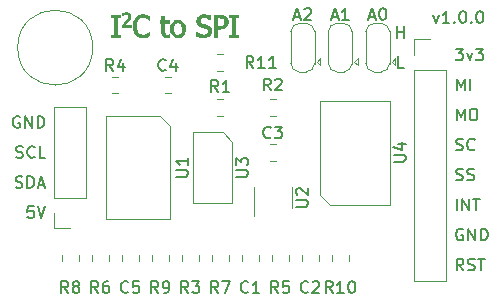
<source format=gto>
G04 #@! TF.GenerationSoftware,KiCad,Pcbnew,(5.1.4)-1*
G04 #@! TF.CreationDate,2020-05-30T22:46:28-05:00*
G04 #@! TF.ProjectId,TrackballMod,54726163-6b62-4616-9c6c-4d6f642e6b69,rev?*
G04 #@! TF.SameCoordinates,Original*
G04 #@! TF.FileFunction,Legend,Top*
G04 #@! TF.FilePolarity,Positive*
%FSLAX46Y46*%
G04 Gerber Fmt 4.6, Leading zero omitted, Abs format (unit mm)*
G04 Created by KiCad (PCBNEW (5.1.4)-1) date 2020-05-30 22:46:28*
%MOMM*%
%LPD*%
G04 APERTURE LIST*
%ADD10C,0.120000*%
%ADD11C,0.150000*%
%ADD12C,0.010000*%
G04 APERTURE END LIST*
D10*
X90805000Y-52070000D02*
G75*
G03X90805000Y-52070000I-3175000J0D01*
G01*
D11*
X116554285Y-51252380D02*
X116554285Y-50252380D01*
X116554285Y-50728571D02*
X117125714Y-50728571D01*
X117125714Y-51252380D02*
X117125714Y-50252380D01*
X117149523Y-53792380D02*
X116673333Y-53792380D01*
X116673333Y-52792380D01*
X119620357Y-49315714D02*
X119858452Y-49982380D01*
X120096547Y-49315714D01*
X121001309Y-49982380D02*
X120429880Y-49982380D01*
X120715595Y-49982380D02*
X120715595Y-48982380D01*
X120620357Y-49125238D01*
X120525119Y-49220476D01*
X120429880Y-49268095D01*
X121429880Y-49887142D02*
X121477500Y-49934761D01*
X121429880Y-49982380D01*
X121382261Y-49934761D01*
X121429880Y-49887142D01*
X121429880Y-49982380D01*
X122096547Y-48982380D02*
X122191785Y-48982380D01*
X122287023Y-49030000D01*
X122334642Y-49077619D01*
X122382261Y-49172857D01*
X122429880Y-49363333D01*
X122429880Y-49601428D01*
X122382261Y-49791904D01*
X122334642Y-49887142D01*
X122287023Y-49934761D01*
X122191785Y-49982380D01*
X122096547Y-49982380D01*
X122001309Y-49934761D01*
X121953690Y-49887142D01*
X121906071Y-49791904D01*
X121858452Y-49601428D01*
X121858452Y-49363333D01*
X121906071Y-49172857D01*
X121953690Y-49077619D01*
X122001309Y-49030000D01*
X122096547Y-48982380D01*
X122858452Y-49887142D02*
X122906071Y-49934761D01*
X122858452Y-49982380D01*
X122810833Y-49934761D01*
X122858452Y-49887142D01*
X122858452Y-49982380D01*
X123525119Y-48982380D02*
X123620357Y-48982380D01*
X123715595Y-49030000D01*
X123763214Y-49077619D01*
X123810833Y-49172857D01*
X123858452Y-49363333D01*
X123858452Y-49601428D01*
X123810833Y-49791904D01*
X123763214Y-49887142D01*
X123715595Y-49934761D01*
X123620357Y-49982380D01*
X123525119Y-49982380D01*
X123429880Y-49934761D01*
X123382261Y-49887142D01*
X123334642Y-49791904D01*
X123287023Y-49601428D01*
X123287023Y-49363333D01*
X123334642Y-49172857D01*
X123382261Y-49077619D01*
X123429880Y-49030000D01*
X123525119Y-48982380D01*
X85802261Y-65492380D02*
X85326071Y-65492380D01*
X85278452Y-65968571D01*
X85326071Y-65920952D01*
X85421309Y-65873333D01*
X85659404Y-65873333D01*
X85754642Y-65920952D01*
X85802261Y-65968571D01*
X85849880Y-66063809D01*
X85849880Y-66301904D01*
X85802261Y-66397142D01*
X85754642Y-66444761D01*
X85659404Y-66492380D01*
X85421309Y-66492380D01*
X85326071Y-66444761D01*
X85278452Y-66397142D01*
X86135595Y-65492380D02*
X86468928Y-66492380D01*
X86802261Y-65492380D01*
X84278452Y-63904761D02*
X84421309Y-63952380D01*
X84659404Y-63952380D01*
X84754642Y-63904761D01*
X84802261Y-63857142D01*
X84849880Y-63761904D01*
X84849880Y-63666666D01*
X84802261Y-63571428D01*
X84754642Y-63523809D01*
X84659404Y-63476190D01*
X84468928Y-63428571D01*
X84373690Y-63380952D01*
X84326071Y-63333333D01*
X84278452Y-63238095D01*
X84278452Y-63142857D01*
X84326071Y-63047619D01*
X84373690Y-63000000D01*
X84468928Y-62952380D01*
X84707023Y-62952380D01*
X84849880Y-63000000D01*
X85278452Y-63952380D02*
X85278452Y-62952380D01*
X85516547Y-62952380D01*
X85659404Y-63000000D01*
X85754642Y-63095238D01*
X85802261Y-63190476D01*
X85849880Y-63380952D01*
X85849880Y-63523809D01*
X85802261Y-63714285D01*
X85754642Y-63809523D01*
X85659404Y-63904761D01*
X85516547Y-63952380D01*
X85278452Y-63952380D01*
X86230833Y-63666666D02*
X86707023Y-63666666D01*
X86135595Y-63952380D02*
X86468928Y-62952380D01*
X86802261Y-63952380D01*
X84326071Y-61364761D02*
X84468928Y-61412380D01*
X84707023Y-61412380D01*
X84802261Y-61364761D01*
X84849880Y-61317142D01*
X84897500Y-61221904D01*
X84897500Y-61126666D01*
X84849880Y-61031428D01*
X84802261Y-60983809D01*
X84707023Y-60936190D01*
X84516547Y-60888571D01*
X84421309Y-60840952D01*
X84373690Y-60793333D01*
X84326071Y-60698095D01*
X84326071Y-60602857D01*
X84373690Y-60507619D01*
X84421309Y-60460000D01*
X84516547Y-60412380D01*
X84754642Y-60412380D01*
X84897500Y-60460000D01*
X85897500Y-61317142D02*
X85849880Y-61364761D01*
X85707023Y-61412380D01*
X85611785Y-61412380D01*
X85468928Y-61364761D01*
X85373690Y-61269523D01*
X85326071Y-61174285D01*
X85278452Y-60983809D01*
X85278452Y-60840952D01*
X85326071Y-60650476D01*
X85373690Y-60555238D01*
X85468928Y-60460000D01*
X85611785Y-60412380D01*
X85707023Y-60412380D01*
X85849880Y-60460000D01*
X85897500Y-60507619D01*
X86802261Y-61412380D02*
X86326071Y-61412380D01*
X86326071Y-60412380D01*
X84611785Y-57920000D02*
X84516547Y-57872380D01*
X84373690Y-57872380D01*
X84230833Y-57920000D01*
X84135595Y-58015238D01*
X84087976Y-58110476D01*
X84040357Y-58300952D01*
X84040357Y-58443809D01*
X84087976Y-58634285D01*
X84135595Y-58729523D01*
X84230833Y-58824761D01*
X84373690Y-58872380D01*
X84468928Y-58872380D01*
X84611785Y-58824761D01*
X84659404Y-58777142D01*
X84659404Y-58443809D01*
X84468928Y-58443809D01*
X85087976Y-58872380D02*
X85087976Y-57872380D01*
X85659404Y-58872380D01*
X85659404Y-57872380D01*
X86135595Y-58872380D02*
X86135595Y-57872380D01*
X86373690Y-57872380D01*
X86516547Y-57920000D01*
X86611785Y-58015238D01*
X86659404Y-58110476D01*
X86707023Y-58300952D01*
X86707023Y-58443809D01*
X86659404Y-58634285D01*
X86611785Y-58729523D01*
X86516547Y-58824761D01*
X86373690Y-58872380D01*
X86135595Y-58872380D01*
X107870714Y-49442666D02*
X108346904Y-49442666D01*
X107775476Y-49728380D02*
X108108809Y-48728380D01*
X108442142Y-49728380D01*
X108727857Y-48823619D02*
X108775476Y-48776000D01*
X108870714Y-48728380D01*
X109108809Y-48728380D01*
X109204047Y-48776000D01*
X109251666Y-48823619D01*
X109299285Y-48918857D01*
X109299285Y-49014095D01*
X109251666Y-49156952D01*
X108680238Y-49728380D01*
X109299285Y-49728380D01*
X111045714Y-49442666D02*
X111521904Y-49442666D01*
X110950476Y-49728380D02*
X111283809Y-48728380D01*
X111617142Y-49728380D01*
X112474285Y-49728380D02*
X111902857Y-49728380D01*
X112188571Y-49728380D02*
X112188571Y-48728380D01*
X112093333Y-48871238D01*
X111998095Y-48966476D01*
X111902857Y-49014095D01*
X114220714Y-49442666D02*
X114696904Y-49442666D01*
X114125476Y-49728380D02*
X114458809Y-48728380D01*
X114792142Y-49728380D01*
X115315952Y-48728380D02*
X115411190Y-48728380D01*
X115506428Y-48776000D01*
X115554047Y-48823619D01*
X115601666Y-48918857D01*
X115649285Y-49109333D01*
X115649285Y-49347428D01*
X115601666Y-49537904D01*
X115554047Y-49633142D01*
X115506428Y-49680761D01*
X115411190Y-49728380D01*
X115315952Y-49728380D01*
X115220714Y-49680761D01*
X115173095Y-49633142D01*
X115125476Y-49537904D01*
X115077857Y-49347428D01*
X115077857Y-49109333D01*
X115125476Y-48918857D01*
X115173095Y-48823619D01*
X115220714Y-48776000D01*
X115315952Y-48728380D01*
X122192023Y-70937380D02*
X121858690Y-70461190D01*
X121620595Y-70937380D02*
X121620595Y-69937380D01*
X122001547Y-69937380D01*
X122096785Y-69985000D01*
X122144404Y-70032619D01*
X122192023Y-70127857D01*
X122192023Y-70270714D01*
X122144404Y-70365952D01*
X122096785Y-70413571D01*
X122001547Y-70461190D01*
X121620595Y-70461190D01*
X122572976Y-70889761D02*
X122715833Y-70937380D01*
X122953928Y-70937380D01*
X123049166Y-70889761D01*
X123096785Y-70842142D01*
X123144404Y-70746904D01*
X123144404Y-70651666D01*
X123096785Y-70556428D01*
X123049166Y-70508809D01*
X122953928Y-70461190D01*
X122763452Y-70413571D01*
X122668214Y-70365952D01*
X122620595Y-70318333D01*
X122572976Y-70223095D01*
X122572976Y-70127857D01*
X122620595Y-70032619D01*
X122668214Y-69985000D01*
X122763452Y-69937380D01*
X123001547Y-69937380D01*
X123144404Y-69985000D01*
X123430119Y-69937380D02*
X124001547Y-69937380D01*
X123715833Y-70937380D02*
X123715833Y-69937380D01*
X122144404Y-67445000D02*
X122049166Y-67397380D01*
X121906309Y-67397380D01*
X121763452Y-67445000D01*
X121668214Y-67540238D01*
X121620595Y-67635476D01*
X121572976Y-67825952D01*
X121572976Y-67968809D01*
X121620595Y-68159285D01*
X121668214Y-68254523D01*
X121763452Y-68349761D01*
X121906309Y-68397380D01*
X122001547Y-68397380D01*
X122144404Y-68349761D01*
X122192023Y-68302142D01*
X122192023Y-67968809D01*
X122001547Y-67968809D01*
X122620595Y-68397380D02*
X122620595Y-67397380D01*
X123192023Y-68397380D01*
X123192023Y-67397380D01*
X123668214Y-68397380D02*
X123668214Y-67397380D01*
X123906309Y-67397380D01*
X124049166Y-67445000D01*
X124144404Y-67540238D01*
X124192023Y-67635476D01*
X124239642Y-67825952D01*
X124239642Y-67968809D01*
X124192023Y-68159285D01*
X124144404Y-68254523D01*
X124049166Y-68349761D01*
X123906309Y-68397380D01*
X123668214Y-68397380D01*
X121620595Y-65857380D02*
X121620595Y-64857380D01*
X122096785Y-65857380D02*
X122096785Y-64857380D01*
X122668214Y-65857380D01*
X122668214Y-64857380D01*
X123001547Y-64857380D02*
X123572976Y-64857380D01*
X123287261Y-65857380D02*
X123287261Y-64857380D01*
X121572976Y-63269761D02*
X121715833Y-63317380D01*
X121953928Y-63317380D01*
X122049166Y-63269761D01*
X122096785Y-63222142D01*
X122144404Y-63126904D01*
X122144404Y-63031666D01*
X122096785Y-62936428D01*
X122049166Y-62888809D01*
X121953928Y-62841190D01*
X121763452Y-62793571D01*
X121668214Y-62745952D01*
X121620595Y-62698333D01*
X121572976Y-62603095D01*
X121572976Y-62507857D01*
X121620595Y-62412619D01*
X121668214Y-62365000D01*
X121763452Y-62317380D01*
X122001547Y-62317380D01*
X122144404Y-62365000D01*
X122525357Y-63269761D02*
X122668214Y-63317380D01*
X122906309Y-63317380D01*
X123001547Y-63269761D01*
X123049166Y-63222142D01*
X123096785Y-63126904D01*
X123096785Y-63031666D01*
X123049166Y-62936428D01*
X123001547Y-62888809D01*
X122906309Y-62841190D01*
X122715833Y-62793571D01*
X122620595Y-62745952D01*
X122572976Y-62698333D01*
X122525357Y-62603095D01*
X122525357Y-62507857D01*
X122572976Y-62412619D01*
X122620595Y-62365000D01*
X122715833Y-62317380D01*
X122953928Y-62317380D01*
X123096785Y-62365000D01*
X121572976Y-60729761D02*
X121715833Y-60777380D01*
X121953928Y-60777380D01*
X122049166Y-60729761D01*
X122096785Y-60682142D01*
X122144404Y-60586904D01*
X122144404Y-60491666D01*
X122096785Y-60396428D01*
X122049166Y-60348809D01*
X121953928Y-60301190D01*
X121763452Y-60253571D01*
X121668214Y-60205952D01*
X121620595Y-60158333D01*
X121572976Y-60063095D01*
X121572976Y-59967857D01*
X121620595Y-59872619D01*
X121668214Y-59825000D01*
X121763452Y-59777380D01*
X122001547Y-59777380D01*
X122144404Y-59825000D01*
X123144404Y-60682142D02*
X123096785Y-60729761D01*
X122953928Y-60777380D01*
X122858690Y-60777380D01*
X122715833Y-60729761D01*
X122620595Y-60634523D01*
X122572976Y-60539285D01*
X122525357Y-60348809D01*
X122525357Y-60205952D01*
X122572976Y-60015476D01*
X122620595Y-59920238D01*
X122715833Y-59825000D01*
X122858690Y-59777380D01*
X122953928Y-59777380D01*
X123096785Y-59825000D01*
X123144404Y-59872619D01*
X121620595Y-58237380D02*
X121620595Y-57237380D01*
X121953928Y-57951666D01*
X122287261Y-57237380D01*
X122287261Y-58237380D01*
X122953928Y-57237380D02*
X123144404Y-57237380D01*
X123239642Y-57285000D01*
X123334880Y-57380238D01*
X123382500Y-57570714D01*
X123382500Y-57904047D01*
X123334880Y-58094523D01*
X123239642Y-58189761D01*
X123144404Y-58237380D01*
X122953928Y-58237380D01*
X122858690Y-58189761D01*
X122763452Y-58094523D01*
X122715833Y-57904047D01*
X122715833Y-57570714D01*
X122763452Y-57380238D01*
X122858690Y-57285000D01*
X122953928Y-57237380D01*
X121620595Y-55697380D02*
X121620595Y-54697380D01*
X121953928Y-55411666D01*
X122287261Y-54697380D01*
X122287261Y-55697380D01*
X122763452Y-55697380D02*
X122763452Y-54697380D01*
X121525357Y-52157380D02*
X122144404Y-52157380D01*
X121811071Y-52538333D01*
X121953928Y-52538333D01*
X122049166Y-52585952D01*
X122096785Y-52633571D01*
X122144404Y-52728809D01*
X122144404Y-52966904D01*
X122096785Y-53062142D01*
X122049166Y-53109761D01*
X121953928Y-53157380D01*
X121668214Y-53157380D01*
X121572976Y-53109761D01*
X121525357Y-53062142D01*
X122477738Y-52490714D02*
X122715833Y-53157380D01*
X122953928Y-52490714D01*
X123239642Y-52157380D02*
X123858690Y-52157380D01*
X123525357Y-52538333D01*
X123668214Y-52538333D01*
X123763452Y-52585952D01*
X123811071Y-52633571D01*
X123858690Y-52728809D01*
X123858690Y-52966904D01*
X123811071Y-53062142D01*
X123763452Y-53109761D01*
X123668214Y-53157380D01*
X123382500Y-53157380D01*
X123287261Y-53109761D01*
X123239642Y-53062142D01*
D12*
G36*
X93711245Y-49085448D02*
G01*
X93795778Y-49107386D01*
X93864051Y-49146511D01*
X93920461Y-49204921D01*
X93944283Y-49239884D01*
X93966125Y-49278063D01*
X93978853Y-49311430D01*
X93984758Y-49350050D01*
X93986136Y-49403985D01*
X93986024Y-49423063D01*
X93982335Y-49490866D01*
X93971218Y-49553327D01*
X93950655Y-49613716D01*
X93918629Y-49675299D01*
X93873119Y-49741346D01*
X93812108Y-49815124D01*
X93733578Y-49899903D01*
X93635510Y-49998950D01*
X93622399Y-50011885D01*
X93438227Y-50193222D01*
X94036445Y-50193222D01*
X94036445Y-50334333D01*
X93260333Y-50334333D01*
X93260333Y-50160519D01*
X93461677Y-49954620D01*
X93558181Y-49853925D01*
X93635155Y-49768471D01*
X93694548Y-49695196D01*
X93738309Y-49631037D01*
X93768389Y-49572930D01*
X93786736Y-49517811D01*
X93795301Y-49462618D01*
X93796556Y-49428415D01*
X93787059Y-49351062D01*
X93757520Y-49293101D01*
X93706366Y-49252591D01*
X93634278Y-49228063D01*
X93587639Y-49226928D01*
X93526408Y-49237093D01*
X93460536Y-49255933D01*
X93399978Y-49280821D01*
X93369997Y-49297787D01*
X93324641Y-49324838D01*
X93296262Y-49331877D01*
X93281031Y-49316663D01*
X93275116Y-49276956D01*
X93274445Y-49241889D01*
X93274445Y-49151334D01*
X93334417Y-49129568D01*
X93422128Y-49101188D01*
X93499176Y-49085141D01*
X93578906Y-49078924D01*
X93606056Y-49078602D01*
X93711245Y-49085448D01*
X93711245Y-49085448D01*
G37*
X93711245Y-49085448D02*
X93795778Y-49107386D01*
X93864051Y-49146511D01*
X93920461Y-49204921D01*
X93944283Y-49239884D01*
X93966125Y-49278063D01*
X93978853Y-49311430D01*
X93984758Y-49350050D01*
X93986136Y-49403985D01*
X93986024Y-49423063D01*
X93982335Y-49490866D01*
X93971218Y-49553327D01*
X93950655Y-49613716D01*
X93918629Y-49675299D01*
X93873119Y-49741346D01*
X93812108Y-49815124D01*
X93733578Y-49899903D01*
X93635510Y-49998950D01*
X93622399Y-50011885D01*
X93438227Y-50193222D01*
X94036445Y-50193222D01*
X94036445Y-50334333D01*
X93260333Y-50334333D01*
X93260333Y-50160519D01*
X93461677Y-49954620D01*
X93558181Y-49853925D01*
X93635155Y-49768471D01*
X93694548Y-49695196D01*
X93738309Y-49631037D01*
X93768389Y-49572930D01*
X93786736Y-49517811D01*
X93795301Y-49462618D01*
X93796556Y-49428415D01*
X93787059Y-49351062D01*
X93757520Y-49293101D01*
X93706366Y-49252591D01*
X93634278Y-49228063D01*
X93587639Y-49226928D01*
X93526408Y-49237093D01*
X93460536Y-49255933D01*
X93399978Y-49280821D01*
X93369997Y-49297787D01*
X93324641Y-49324838D01*
X93296262Y-49331877D01*
X93281031Y-49316663D01*
X93275116Y-49276956D01*
X93274445Y-49241889D01*
X93274445Y-49151334D01*
X93334417Y-49129568D01*
X93422128Y-49101188D01*
X93499176Y-49085141D01*
X93578906Y-49078924D01*
X93606056Y-49078602D01*
X93711245Y-49085448D01*
G36*
X103124000Y-49487666D02*
G01*
X102884111Y-49487666D01*
X102884111Y-50969333D01*
X103124000Y-50969333D01*
X103124000Y-51152778D01*
X102376111Y-51152778D01*
X102376111Y-50969333D01*
X102616000Y-50969333D01*
X102616000Y-49487666D01*
X102376111Y-49487666D01*
X102376111Y-49304222D01*
X103124000Y-49304222D01*
X103124000Y-49487666D01*
X103124000Y-49487666D01*
G37*
X103124000Y-49487666D02*
X102884111Y-49487666D01*
X102884111Y-50969333D01*
X103124000Y-50969333D01*
X103124000Y-51152778D01*
X102376111Y-51152778D01*
X102376111Y-50969333D01*
X102616000Y-50969333D01*
X102616000Y-49487666D01*
X102376111Y-49487666D01*
X102376111Y-49304222D01*
X103124000Y-49304222D01*
X103124000Y-49487666D01*
G36*
X101469524Y-49304798D02*
G01*
X101561376Y-49306410D01*
X101642686Y-49308884D01*
X101708286Y-49312047D01*
X101753010Y-49315726D01*
X101764354Y-49317389D01*
X101892041Y-49353422D01*
X102003327Y-49409182D01*
X102095845Y-49483028D01*
X102167229Y-49573313D01*
X102188515Y-49611984D01*
X102205477Y-49648627D01*
X102216740Y-49681174D01*
X102223459Y-49716928D01*
X102226786Y-49763194D01*
X102227876Y-49827274D01*
X102227945Y-49861611D01*
X102227545Y-49934608D01*
X102225475Y-49986936D01*
X102220425Y-50026143D01*
X102211084Y-50059779D01*
X102196143Y-50095395D01*
X102182446Y-50123924D01*
X102117309Y-50225894D01*
X102030467Y-50313263D01*
X101926574Y-50381521D01*
X101906479Y-50391403D01*
X101839057Y-50419501D01*
X101771510Y-50439384D01*
X101696970Y-50452209D01*
X101608568Y-50459137D01*
X101499435Y-50461327D01*
X101492241Y-50461333D01*
X101317778Y-50461333D01*
X101317778Y-51152778D01*
X101049667Y-51152778D01*
X101049667Y-50249666D01*
X101317778Y-50249666D01*
X101405972Y-50249559D01*
X101465175Y-50247736D01*
X101537204Y-50243045D01*
X101606931Y-50236482D01*
X101609949Y-50236138D01*
X101698421Y-50221852D01*
X101766930Y-50200173D01*
X101823412Y-50167994D01*
X101858820Y-50138694D01*
X101909190Y-50080696D01*
X101940880Y-50014584D01*
X101956441Y-49933661D01*
X101959097Y-49875384D01*
X101951782Y-49778930D01*
X101927510Y-49699221D01*
X101884842Y-49635274D01*
X101822340Y-49586103D01*
X101738565Y-49550726D01*
X101632078Y-49528156D01*
X101501441Y-49517409D01*
X101434195Y-49516168D01*
X101317778Y-49515889D01*
X101317778Y-50249666D01*
X101049667Y-50249666D01*
X101049667Y-49304222D01*
X101372296Y-49304222D01*
X101469524Y-49304798D01*
X101469524Y-49304798D01*
G37*
X101469524Y-49304798D02*
X101561376Y-49306410D01*
X101642686Y-49308884D01*
X101708286Y-49312047D01*
X101753010Y-49315726D01*
X101764354Y-49317389D01*
X101892041Y-49353422D01*
X102003327Y-49409182D01*
X102095845Y-49483028D01*
X102167229Y-49573313D01*
X102188515Y-49611984D01*
X102205477Y-49648627D01*
X102216740Y-49681174D01*
X102223459Y-49716928D01*
X102226786Y-49763194D01*
X102227876Y-49827274D01*
X102227945Y-49861611D01*
X102227545Y-49934608D01*
X102225475Y-49986936D01*
X102220425Y-50026143D01*
X102211084Y-50059779D01*
X102196143Y-50095395D01*
X102182446Y-50123924D01*
X102117309Y-50225894D01*
X102030467Y-50313263D01*
X101926574Y-50381521D01*
X101906479Y-50391403D01*
X101839057Y-50419501D01*
X101771510Y-50439384D01*
X101696970Y-50452209D01*
X101608568Y-50459137D01*
X101499435Y-50461327D01*
X101492241Y-50461333D01*
X101317778Y-50461333D01*
X101317778Y-51152778D01*
X101049667Y-51152778D01*
X101049667Y-50249666D01*
X101317778Y-50249666D01*
X101405972Y-50249559D01*
X101465175Y-50247736D01*
X101537204Y-50243045D01*
X101606931Y-50236482D01*
X101609949Y-50236138D01*
X101698421Y-50221852D01*
X101766930Y-50200173D01*
X101823412Y-50167994D01*
X101858820Y-50138694D01*
X101909190Y-50080696D01*
X101940880Y-50014584D01*
X101956441Y-49933661D01*
X101959097Y-49875384D01*
X101951782Y-49778930D01*
X101927510Y-49699221D01*
X101884842Y-49635274D01*
X101822340Y-49586103D01*
X101738565Y-49550726D01*
X101632078Y-49528156D01*
X101501441Y-49517409D01*
X101434195Y-49516168D01*
X101317778Y-49515889D01*
X101317778Y-50249666D01*
X101049667Y-50249666D01*
X101049667Y-49304222D01*
X101372296Y-49304222D01*
X101469524Y-49304798D01*
G36*
X93076889Y-49487666D02*
G01*
X92837000Y-49487666D01*
X92837000Y-50969333D01*
X93076889Y-50969333D01*
X93076889Y-51152778D01*
X92329000Y-51152778D01*
X92329000Y-50969333D01*
X92568889Y-50969333D01*
X92568889Y-49487666D01*
X92329000Y-49487666D01*
X92329000Y-49304222D01*
X93076889Y-49304222D01*
X93076889Y-49487666D01*
X93076889Y-49487666D01*
G37*
X93076889Y-49487666D02*
X92837000Y-49487666D01*
X92837000Y-50969333D01*
X93076889Y-50969333D01*
X93076889Y-51152778D01*
X92329000Y-51152778D01*
X92329000Y-50969333D01*
X92568889Y-50969333D01*
X92568889Y-49487666D01*
X92329000Y-49487666D01*
X92329000Y-49304222D01*
X93076889Y-49304222D01*
X93076889Y-49487666D01*
G36*
X96872778Y-49769889D02*
G01*
X97296111Y-49769889D01*
X97296111Y-49967444D01*
X96872778Y-49967444D01*
X96872778Y-50361861D01*
X96873341Y-50477901D01*
X96874945Y-50584023D01*
X96877464Y-50676359D01*
X96880772Y-50751040D01*
X96884742Y-50804197D01*
X96887987Y-50827197D01*
X96914695Y-50895718D01*
X96960225Y-50943923D01*
X97023173Y-50971176D01*
X97102135Y-50976844D01*
X97187439Y-50962521D01*
X97233384Y-50951050D01*
X97268531Y-50943280D01*
X97282689Y-50941111D01*
X97289136Y-50954061D01*
X97293890Y-50988289D01*
X97296063Y-51036863D01*
X97296111Y-51045775D01*
X97296111Y-51150439D01*
X97224861Y-51165719D01*
X97172388Y-51173322D01*
X97105825Y-51177896D01*
X97034188Y-51179385D01*
X96966495Y-51177735D01*
X96911762Y-51172889D01*
X96886798Y-51167815D01*
X96797311Y-51127140D01*
X96723599Y-51066010D01*
X96671494Y-50990500D01*
X96656908Y-50956808D01*
X96645176Y-50918300D01*
X96636015Y-50871693D01*
X96629138Y-50813704D01*
X96624262Y-50741053D01*
X96621100Y-50650455D01*
X96619370Y-50538630D01*
X96618785Y-50402294D01*
X96618778Y-50383027D01*
X96618778Y-49967444D01*
X96463556Y-49967444D01*
X96463556Y-49769889D01*
X96618778Y-49769889D01*
X96618778Y-49374778D01*
X96872778Y-49374778D01*
X96872778Y-49769889D01*
X96872778Y-49769889D01*
G37*
X96872778Y-49769889D02*
X97296111Y-49769889D01*
X97296111Y-49967444D01*
X96872778Y-49967444D01*
X96872778Y-50361861D01*
X96873341Y-50477901D01*
X96874945Y-50584023D01*
X96877464Y-50676359D01*
X96880772Y-50751040D01*
X96884742Y-50804197D01*
X96887987Y-50827197D01*
X96914695Y-50895718D01*
X96960225Y-50943923D01*
X97023173Y-50971176D01*
X97102135Y-50976844D01*
X97187439Y-50962521D01*
X97233384Y-50951050D01*
X97268531Y-50943280D01*
X97282689Y-50941111D01*
X97289136Y-50954061D01*
X97293890Y-50988289D01*
X97296063Y-51036863D01*
X97296111Y-51045775D01*
X97296111Y-51150439D01*
X97224861Y-51165719D01*
X97172388Y-51173322D01*
X97105825Y-51177896D01*
X97034188Y-51179385D01*
X96966495Y-51177735D01*
X96911762Y-51172889D01*
X96886798Y-51167815D01*
X96797311Y-51127140D01*
X96723599Y-51066010D01*
X96671494Y-50990500D01*
X96656908Y-50956808D01*
X96645176Y-50918300D01*
X96636015Y-50871693D01*
X96629138Y-50813704D01*
X96624262Y-50741053D01*
X96621100Y-50650455D01*
X96619370Y-50538630D01*
X96618785Y-50402294D01*
X96618778Y-50383027D01*
X96618778Y-49967444D01*
X96463556Y-49967444D01*
X96463556Y-49769889D01*
X96618778Y-49769889D01*
X96618778Y-49374778D01*
X96872778Y-49374778D01*
X96872778Y-49769889D01*
G36*
X100303983Y-49266376D02*
G01*
X100411992Y-49277383D01*
X100512688Y-49294565D01*
X100575188Y-49310261D01*
X100647095Y-49331507D01*
X100696558Y-49348370D01*
X100727755Y-49365849D01*
X100744861Y-49388939D01*
X100752051Y-49422637D01*
X100753501Y-49471941D01*
X100753333Y-49523441D01*
X100752105Y-49587964D01*
X100748718Y-49636974D01*
X100743616Y-49665652D01*
X100739698Y-49671111D01*
X100721897Y-49663915D01*
X100687698Y-49644951D01*
X100644153Y-49618157D01*
X100639451Y-49615130D01*
X100523140Y-49551678D01*
X100403477Y-49508024D01*
X100284681Y-49484674D01*
X100170970Y-49482133D01*
X100066563Y-49500909D01*
X99983890Y-49536537D01*
X99921920Y-49580990D01*
X99882058Y-49631853D01*
X99860247Y-49696139D01*
X99853031Y-49762771D01*
X99853539Y-49830489D01*
X99863533Y-49886607D01*
X99885698Y-49933375D01*
X99922716Y-49973043D01*
X99977270Y-50007863D01*
X100052045Y-50040084D01*
X100149724Y-50071958D01*
X100256986Y-50101567D01*
X100385707Y-50137154D01*
X100489966Y-50170809D01*
X100573246Y-50204542D01*
X100639031Y-50240368D01*
X100690804Y-50280298D01*
X100732047Y-50326346D01*
X100766244Y-50380524D01*
X100777462Y-50402326D01*
X100795593Y-50442006D01*
X100807147Y-50477444D01*
X100813570Y-50517040D01*
X100816314Y-50569198D01*
X100816833Y-50630666D01*
X100816210Y-50699378D01*
X100813240Y-50748617D01*
X100806270Y-50787127D01*
X100793648Y-50823649D01*
X100773723Y-50866926D01*
X100771217Y-50872061D01*
X100705613Y-50974800D01*
X100618850Y-51061025D01*
X100514430Y-51127938D01*
X100395859Y-51172740D01*
X100394063Y-51173210D01*
X100345483Y-51181614D01*
X100276932Y-51188007D01*
X100196605Y-51192174D01*
X100112697Y-51193903D01*
X100033401Y-51192980D01*
X99966912Y-51189191D01*
X99934889Y-51185168D01*
X99881635Y-51173097D01*
X99812800Y-51153601D01*
X99738899Y-51129997D01*
X99670448Y-51105600D01*
X99628595Y-51088591D01*
X99553889Y-51055553D01*
X99553889Y-50899554D01*
X99554777Y-50826833D01*
X99557701Y-50778873D01*
X99563054Y-50752260D01*
X99571227Y-50743580D01*
X99571805Y-50743555D01*
X99591162Y-50751571D01*
X99625671Y-50772721D01*
X99668328Y-50802664D01*
X99674111Y-50806979D01*
X99781823Y-50875370D01*
X99897781Y-50926729D01*
X100017245Y-50960334D01*
X100135476Y-50975464D01*
X100247733Y-50971397D01*
X100349277Y-50947410D01*
X100410217Y-50919102D01*
X100476472Y-50866044D01*
X100522205Y-50799772D01*
X100547537Y-50725283D01*
X100552589Y-50647574D01*
X100537482Y-50571641D01*
X100502337Y-50502481D01*
X100447275Y-50445091D01*
X100398022Y-50415103D01*
X100368472Y-50404041D01*
X100317406Y-50387936D01*
X100250704Y-50368522D01*
X100174246Y-50347536D01*
X100126691Y-50335054D01*
X99998603Y-50299549D01*
X99894917Y-50264467D01*
X99811945Y-50227485D01*
X99746002Y-50186277D01*
X99693401Y-50138521D01*
X99650456Y-50081891D01*
X99613479Y-50014064D01*
X99611760Y-50010421D01*
X99593618Y-49967557D01*
X99582561Y-49927422D01*
X99576944Y-49880498D01*
X99575122Y-49817267D01*
X99575066Y-49798111D01*
X99579389Y-49703824D01*
X99594689Y-49627817D01*
X99624487Y-49561149D01*
X99672303Y-49494880D01*
X99711850Y-49450805D01*
X99810414Y-49366736D01*
X99924241Y-49305971D01*
X100021786Y-49275744D01*
X100100309Y-49265022D01*
X100197231Y-49262077D01*
X100303983Y-49266376D01*
X100303983Y-49266376D01*
G37*
X100303983Y-49266376D02*
X100411992Y-49277383D01*
X100512688Y-49294565D01*
X100575188Y-49310261D01*
X100647095Y-49331507D01*
X100696558Y-49348370D01*
X100727755Y-49365849D01*
X100744861Y-49388939D01*
X100752051Y-49422637D01*
X100753501Y-49471941D01*
X100753333Y-49523441D01*
X100752105Y-49587964D01*
X100748718Y-49636974D01*
X100743616Y-49665652D01*
X100739698Y-49671111D01*
X100721897Y-49663915D01*
X100687698Y-49644951D01*
X100644153Y-49618157D01*
X100639451Y-49615130D01*
X100523140Y-49551678D01*
X100403477Y-49508024D01*
X100284681Y-49484674D01*
X100170970Y-49482133D01*
X100066563Y-49500909D01*
X99983890Y-49536537D01*
X99921920Y-49580990D01*
X99882058Y-49631853D01*
X99860247Y-49696139D01*
X99853031Y-49762771D01*
X99853539Y-49830489D01*
X99863533Y-49886607D01*
X99885698Y-49933375D01*
X99922716Y-49973043D01*
X99977270Y-50007863D01*
X100052045Y-50040084D01*
X100149724Y-50071958D01*
X100256986Y-50101567D01*
X100385707Y-50137154D01*
X100489966Y-50170809D01*
X100573246Y-50204542D01*
X100639031Y-50240368D01*
X100690804Y-50280298D01*
X100732047Y-50326346D01*
X100766244Y-50380524D01*
X100777462Y-50402326D01*
X100795593Y-50442006D01*
X100807147Y-50477444D01*
X100813570Y-50517040D01*
X100816314Y-50569198D01*
X100816833Y-50630666D01*
X100816210Y-50699378D01*
X100813240Y-50748617D01*
X100806270Y-50787127D01*
X100793648Y-50823649D01*
X100773723Y-50866926D01*
X100771217Y-50872061D01*
X100705613Y-50974800D01*
X100618850Y-51061025D01*
X100514430Y-51127938D01*
X100395859Y-51172740D01*
X100394063Y-51173210D01*
X100345483Y-51181614D01*
X100276932Y-51188007D01*
X100196605Y-51192174D01*
X100112697Y-51193903D01*
X100033401Y-51192980D01*
X99966912Y-51189191D01*
X99934889Y-51185168D01*
X99881635Y-51173097D01*
X99812800Y-51153601D01*
X99738899Y-51129997D01*
X99670448Y-51105600D01*
X99628595Y-51088591D01*
X99553889Y-51055553D01*
X99553889Y-50899554D01*
X99554777Y-50826833D01*
X99557701Y-50778873D01*
X99563054Y-50752260D01*
X99571227Y-50743580D01*
X99571805Y-50743555D01*
X99591162Y-50751571D01*
X99625671Y-50772721D01*
X99668328Y-50802664D01*
X99674111Y-50806979D01*
X99781823Y-50875370D01*
X99897781Y-50926729D01*
X100017245Y-50960334D01*
X100135476Y-50975464D01*
X100247733Y-50971397D01*
X100349277Y-50947410D01*
X100410217Y-50919102D01*
X100476472Y-50866044D01*
X100522205Y-50799772D01*
X100547537Y-50725283D01*
X100552589Y-50647574D01*
X100537482Y-50571641D01*
X100502337Y-50502481D01*
X100447275Y-50445091D01*
X100398022Y-50415103D01*
X100368472Y-50404041D01*
X100317406Y-50387936D01*
X100250704Y-50368522D01*
X100174246Y-50347536D01*
X100126691Y-50335054D01*
X99998603Y-50299549D01*
X99894917Y-50264467D01*
X99811945Y-50227485D01*
X99746002Y-50186277D01*
X99693401Y-50138521D01*
X99650456Y-50081891D01*
X99613479Y-50014064D01*
X99611760Y-50010421D01*
X99593618Y-49967557D01*
X99582561Y-49927422D01*
X99576944Y-49880498D01*
X99575122Y-49817267D01*
X99575066Y-49798111D01*
X99579389Y-49703824D01*
X99594689Y-49627817D01*
X99624487Y-49561149D01*
X99672303Y-49494880D01*
X99711850Y-49450805D01*
X99810414Y-49366736D01*
X99924241Y-49305971D01*
X100021786Y-49275744D01*
X100100309Y-49265022D01*
X100197231Y-49262077D01*
X100303983Y-49266376D01*
G36*
X98128263Y-49738271D02*
G01*
X98197208Y-49755130D01*
X98310413Y-49805516D01*
X98407343Y-49878836D01*
X98487927Y-49974500D01*
X98549193Y-50087601D01*
X98592054Y-50217713D01*
X98615445Y-50359581D01*
X98618304Y-50507951D01*
X98611466Y-50584805D01*
X98594699Y-50691915D01*
X98572939Y-50778986D01*
X98543488Y-50854111D01*
X98503644Y-50925380D01*
X98491727Y-50943566D01*
X98413654Y-51039427D01*
X98323439Y-51111429D01*
X98219077Y-51160560D01*
X98098563Y-51187808D01*
X97982541Y-51194504D01*
X97885142Y-51189844D01*
X97804786Y-51175970D01*
X97767353Y-51164980D01*
X97660446Y-51114702D01*
X97567525Y-51041688D01*
X97489846Y-50948391D01*
X97428667Y-50837262D01*
X97385244Y-50710755D01*
X97360833Y-50571321D01*
X97357911Y-50465538D01*
X97620213Y-50465538D01*
X97625834Y-50577018D01*
X97642477Y-50681057D01*
X97670361Y-50770882D01*
X97680402Y-50792944D01*
X97736591Y-50878522D01*
X97807653Y-50940684D01*
X97891801Y-50978432D01*
X97987250Y-50990768D01*
X98029889Y-50988176D01*
X98080646Y-50978809D01*
X98127702Y-50964467D01*
X98137240Y-50960403D01*
X98190345Y-50926282D01*
X98243175Y-50877664D01*
X98284301Y-50825503D01*
X98291963Y-50812140D01*
X98323169Y-50729610D01*
X98343431Y-50628841D01*
X98352895Y-50517003D01*
X98351709Y-50401266D01*
X98340018Y-50288797D01*
X98317970Y-50186765D01*
X98285712Y-50102341D01*
X98277111Y-50086589D01*
X98221791Y-50017789D01*
X98151485Y-49969031D01*
X98071130Y-49940368D01*
X97985661Y-49931849D01*
X97900014Y-49943527D01*
X97819123Y-49975452D01*
X97747924Y-50027676D01*
X97703547Y-50080651D01*
X97667281Y-50154173D01*
X97641157Y-50247343D01*
X97625394Y-50353389D01*
X97620213Y-50465538D01*
X97357911Y-50465538D01*
X97356692Y-50421414D01*
X97359994Y-50369985D01*
X97384254Y-50216353D01*
X97428643Y-50082140D01*
X97493030Y-49967558D01*
X97577282Y-49872819D01*
X97681269Y-49798136D01*
X97729355Y-49773465D01*
X97814939Y-49745259D01*
X97916339Y-49729741D01*
X98023974Y-49727287D01*
X98128263Y-49738271D01*
X98128263Y-49738271D01*
G37*
X98128263Y-49738271D02*
X98197208Y-49755130D01*
X98310413Y-49805516D01*
X98407343Y-49878836D01*
X98487927Y-49974500D01*
X98549193Y-50087601D01*
X98592054Y-50217713D01*
X98615445Y-50359581D01*
X98618304Y-50507951D01*
X98611466Y-50584805D01*
X98594699Y-50691915D01*
X98572939Y-50778986D01*
X98543488Y-50854111D01*
X98503644Y-50925380D01*
X98491727Y-50943566D01*
X98413654Y-51039427D01*
X98323439Y-51111429D01*
X98219077Y-51160560D01*
X98098563Y-51187808D01*
X97982541Y-51194504D01*
X97885142Y-51189844D01*
X97804786Y-51175970D01*
X97767353Y-51164980D01*
X97660446Y-51114702D01*
X97567525Y-51041688D01*
X97489846Y-50948391D01*
X97428667Y-50837262D01*
X97385244Y-50710755D01*
X97360833Y-50571321D01*
X97357911Y-50465538D01*
X97620213Y-50465538D01*
X97625834Y-50577018D01*
X97642477Y-50681057D01*
X97670361Y-50770882D01*
X97680402Y-50792944D01*
X97736591Y-50878522D01*
X97807653Y-50940684D01*
X97891801Y-50978432D01*
X97987250Y-50990768D01*
X98029889Y-50988176D01*
X98080646Y-50978809D01*
X98127702Y-50964467D01*
X98137240Y-50960403D01*
X98190345Y-50926282D01*
X98243175Y-50877664D01*
X98284301Y-50825503D01*
X98291963Y-50812140D01*
X98323169Y-50729610D01*
X98343431Y-50628841D01*
X98352895Y-50517003D01*
X98351709Y-50401266D01*
X98340018Y-50288797D01*
X98317970Y-50186765D01*
X98285712Y-50102341D01*
X98277111Y-50086589D01*
X98221791Y-50017789D01*
X98151485Y-49969031D01*
X98071130Y-49940368D01*
X97985661Y-49931849D01*
X97900014Y-49943527D01*
X97819123Y-49975452D01*
X97747924Y-50027676D01*
X97703547Y-50080651D01*
X97667281Y-50154173D01*
X97641157Y-50247343D01*
X97625394Y-50353389D01*
X97620213Y-50465538D01*
X97357911Y-50465538D01*
X97356692Y-50421414D01*
X97359994Y-50369985D01*
X97384254Y-50216353D01*
X97428643Y-50082140D01*
X97493030Y-49967558D01*
X97577282Y-49872819D01*
X97681269Y-49798136D01*
X97729355Y-49773465D01*
X97814939Y-49745259D01*
X97916339Y-49729741D01*
X98023974Y-49727287D01*
X98128263Y-49738271D01*
G36*
X95209679Y-49277505D02*
G01*
X95353908Y-49311393D01*
X95488956Y-49361892D01*
X95500472Y-49367251D01*
X95602778Y-49415720D01*
X95602778Y-49564582D01*
X95602374Y-49631018D01*
X95600578Y-49674179D01*
X95596508Y-49699005D01*
X95589286Y-49710438D01*
X95578032Y-49713420D01*
X95576283Y-49713444D01*
X95545159Y-49703195D01*
X95532102Y-49692133D01*
X95502932Y-49665737D01*
X95455493Y-49631917D01*
X95397115Y-49595134D01*
X95335127Y-49559846D01*
X95276858Y-49530515D01*
X95242945Y-49516188D01*
X95147501Y-49491009D01*
X95043980Y-49481382D01*
X94941874Y-49487229D01*
X94850674Y-49508477D01*
X94823110Y-49519527D01*
X94721682Y-49576414D01*
X94639945Y-49646834D01*
X94574342Y-49734884D01*
X94521316Y-49844659D01*
X94506920Y-49883611D01*
X94485280Y-49966978D01*
X94470101Y-50069062D01*
X94461807Y-50181013D01*
X94460819Y-50293978D01*
X94467562Y-50399107D01*
X94478838Y-50471774D01*
X94519617Y-50609298D01*
X94579030Y-50727027D01*
X94656421Y-50824042D01*
X94751132Y-50899428D01*
X94807498Y-50930006D01*
X94861907Y-50953349D01*
X94908565Y-50966653D01*
X94960183Y-50972602D01*
X95015281Y-50973873D01*
X95151799Y-50962967D01*
X95277230Y-50928338D01*
X95395869Y-50868403D01*
X95492421Y-50798172D01*
X95536847Y-50763094D01*
X95567448Y-50745627D01*
X95586782Y-50747908D01*
X95597409Y-50772075D01*
X95601888Y-50820268D01*
X95602778Y-50890392D01*
X95602778Y-51037228D01*
X95507528Y-51081894D01*
X95369565Y-51138596D01*
X95238625Y-51174521D01*
X95105292Y-51191834D01*
X95019116Y-51194182D01*
X94941273Y-51191740D01*
X94867139Y-51185912D01*
X94806510Y-51177591D01*
X94784333Y-51172778D01*
X94645973Y-51122490D01*
X94523600Y-51049249D01*
X94417942Y-50953838D01*
X94329724Y-50837045D01*
X94259674Y-50699653D01*
X94211203Y-50553055D01*
X94196887Y-50474551D01*
X94187943Y-50376510D01*
X94184299Y-50267087D01*
X94185881Y-50154438D01*
X94192617Y-50046716D01*
X94204433Y-49952078D01*
X94217112Y-49892648D01*
X94271143Y-49741787D01*
X94344915Y-49608288D01*
X94436849Y-49493817D01*
X94545362Y-49400041D01*
X94668875Y-49328626D01*
X94794554Y-49284063D01*
X94922738Y-49262984D01*
X95063534Y-49261083D01*
X95209679Y-49277505D01*
X95209679Y-49277505D01*
G37*
X95209679Y-49277505D02*
X95353908Y-49311393D01*
X95488956Y-49361892D01*
X95500472Y-49367251D01*
X95602778Y-49415720D01*
X95602778Y-49564582D01*
X95602374Y-49631018D01*
X95600578Y-49674179D01*
X95596508Y-49699005D01*
X95589286Y-49710438D01*
X95578032Y-49713420D01*
X95576283Y-49713444D01*
X95545159Y-49703195D01*
X95532102Y-49692133D01*
X95502932Y-49665737D01*
X95455493Y-49631917D01*
X95397115Y-49595134D01*
X95335127Y-49559846D01*
X95276858Y-49530515D01*
X95242945Y-49516188D01*
X95147501Y-49491009D01*
X95043980Y-49481382D01*
X94941874Y-49487229D01*
X94850674Y-49508477D01*
X94823110Y-49519527D01*
X94721682Y-49576414D01*
X94639945Y-49646834D01*
X94574342Y-49734884D01*
X94521316Y-49844659D01*
X94506920Y-49883611D01*
X94485280Y-49966978D01*
X94470101Y-50069062D01*
X94461807Y-50181013D01*
X94460819Y-50293978D01*
X94467562Y-50399107D01*
X94478838Y-50471774D01*
X94519617Y-50609298D01*
X94579030Y-50727027D01*
X94656421Y-50824042D01*
X94751132Y-50899428D01*
X94807498Y-50930006D01*
X94861907Y-50953349D01*
X94908565Y-50966653D01*
X94960183Y-50972602D01*
X95015281Y-50973873D01*
X95151799Y-50962967D01*
X95277230Y-50928338D01*
X95395869Y-50868403D01*
X95492421Y-50798172D01*
X95536847Y-50763094D01*
X95567448Y-50745627D01*
X95586782Y-50747908D01*
X95597409Y-50772075D01*
X95601888Y-50820268D01*
X95602778Y-50890392D01*
X95602778Y-51037228D01*
X95507528Y-51081894D01*
X95369565Y-51138596D01*
X95238625Y-51174521D01*
X95105292Y-51191834D01*
X95019116Y-51194182D01*
X94941273Y-51191740D01*
X94867139Y-51185912D01*
X94806510Y-51177591D01*
X94784333Y-51172778D01*
X94645973Y-51122490D01*
X94523600Y-51049249D01*
X94417942Y-50953838D01*
X94329724Y-50837045D01*
X94259674Y-50699653D01*
X94211203Y-50553055D01*
X94196887Y-50474551D01*
X94187943Y-50376510D01*
X94184299Y-50267087D01*
X94185881Y-50154438D01*
X94192617Y-50046716D01*
X94204433Y-49952078D01*
X94217112Y-49892648D01*
X94271143Y-49741787D01*
X94344915Y-49608288D01*
X94436849Y-49493817D01*
X94545362Y-49400041D01*
X94668875Y-49328626D01*
X94794554Y-49284063D01*
X94922738Y-49262984D01*
X95063534Y-49261083D01*
X95209679Y-49277505D01*
D10*
X101338748Y-57860000D02*
X101861252Y-57860000D01*
X101338748Y-56440000D02*
X101861252Y-56440000D01*
X101861252Y-52630000D02*
X101338748Y-52630000D01*
X101861252Y-54050000D02*
X101338748Y-54050000D01*
X111050000Y-69588748D02*
X111050000Y-70111252D01*
X112470000Y-69588748D02*
X112470000Y-70111252D01*
X107390000Y-70111252D02*
X107390000Y-69588748D01*
X105970000Y-70111252D02*
X105970000Y-69588748D01*
X88900000Y-67370000D02*
X87570000Y-67370000D01*
X87570000Y-67370000D02*
X87570000Y-66040000D01*
X87570000Y-64770000D02*
X87570000Y-57090000D01*
X90230000Y-57090000D02*
X87570000Y-57090000D01*
X90230000Y-64770000D02*
X90230000Y-57090000D01*
X90230000Y-64770000D02*
X87570000Y-64770000D01*
X115980000Y-65360000D02*
X110880000Y-65360000D01*
X115980000Y-56560000D02*
X115980000Y-65360000D01*
X110080000Y-56560000D02*
X115980000Y-56560000D01*
X110080000Y-64560000D02*
X110080000Y-56560000D01*
X110880000Y-65360000D02*
X110080000Y-64560000D01*
X99315000Y-59255000D02*
X101815000Y-59255000D01*
X99315000Y-65205000D02*
X99315000Y-59255000D01*
X102615000Y-65205000D02*
X99315000Y-65205000D01*
X102615000Y-60055000D02*
X102615000Y-65205000D01*
X101815000Y-59255000D02*
X102615000Y-60055000D01*
X104435000Y-63870000D02*
X104435000Y-66320000D01*
X107655000Y-65670000D02*
X107655000Y-63870000D01*
X91910000Y-57880000D02*
X96520000Y-57880000D01*
X91910000Y-66580000D02*
X91910000Y-57880000D01*
X97320000Y-66580000D02*
X91910000Y-66580000D01*
X97320000Y-58680000D02*
X97320000Y-66580000D01*
X96520000Y-57880000D02*
X97320000Y-58680000D01*
X97230000Y-70111252D02*
X97230000Y-69588748D01*
X95810000Y-70111252D02*
X95810000Y-69588748D01*
X89610000Y-70111252D02*
X89610000Y-69588748D01*
X88190000Y-70111252D02*
X88190000Y-69588748D01*
X102310000Y-70111252D02*
X102310000Y-69588748D01*
X100890000Y-70111252D02*
X100890000Y-69588748D01*
X92150000Y-70111252D02*
X92150000Y-69588748D01*
X90730000Y-70111252D02*
X90730000Y-69588748D01*
X92448748Y-55955000D02*
X92971252Y-55955000D01*
X92448748Y-54535000D02*
X92971252Y-54535000D01*
X99770000Y-70111252D02*
X99770000Y-69588748D01*
X98350000Y-70111252D02*
X98350000Y-69588748D01*
X106306252Y-56440000D02*
X105783748Y-56440000D01*
X106306252Y-57860000D02*
X105783748Y-57860000D01*
X108285000Y-54120000D02*
G75*
G02X107585000Y-53420000I0J700000D01*
G01*
X109585000Y-53420000D02*
G75*
G02X108885000Y-54120000I-700000J0D01*
G01*
X108885000Y-50020000D02*
G75*
G02X109585000Y-50720000I0J-700000D01*
G01*
X107585000Y-50720000D02*
G75*
G02X108285000Y-50020000I700000J0D01*
G01*
X107585000Y-53470000D02*
X107585000Y-50670000D01*
X108285000Y-50020000D02*
X108885000Y-50020000D01*
X109585000Y-50670000D02*
X109585000Y-53470000D01*
X108885000Y-54120000D02*
X108285000Y-54120000D01*
X109785000Y-53270000D02*
X110085000Y-53570000D01*
X110085000Y-53570000D02*
X110085000Y-52970000D01*
X109785000Y-53270000D02*
X110085000Y-52970000D01*
X111460000Y-54120000D02*
G75*
G02X110760000Y-53420000I0J700000D01*
G01*
X112760000Y-53420000D02*
G75*
G02X112060000Y-54120000I-700000J0D01*
G01*
X112060000Y-50020000D02*
G75*
G02X112760000Y-50720000I0J-700000D01*
G01*
X110760000Y-50720000D02*
G75*
G02X111460000Y-50020000I700000J0D01*
G01*
X110760000Y-53470000D02*
X110760000Y-50670000D01*
X111460000Y-50020000D02*
X112060000Y-50020000D01*
X112760000Y-50670000D02*
X112760000Y-53470000D01*
X112060000Y-54120000D02*
X111460000Y-54120000D01*
X112960000Y-53270000D02*
X113260000Y-53570000D01*
X113260000Y-53570000D02*
X113260000Y-52970000D01*
X112960000Y-53270000D02*
X113260000Y-52970000D01*
X114634999Y-54120001D02*
G75*
G02X113934999Y-53420001I0J700000D01*
G01*
X115934999Y-53420001D02*
G75*
G02X115234999Y-54120001I-700000J0D01*
G01*
X115234999Y-50020001D02*
G75*
G02X115934999Y-50720001I0J-700000D01*
G01*
X113934999Y-50720001D02*
G75*
G02X114634999Y-50020001I700000J0D01*
G01*
X113934999Y-53470001D02*
X113934999Y-50670001D01*
X114634999Y-50020001D02*
X115234999Y-50020001D01*
X115934999Y-50670001D02*
X115934999Y-53470001D01*
X115234999Y-54120001D02*
X114634999Y-54120001D01*
X116134999Y-53270001D02*
X116434999Y-53570001D01*
X116434999Y-53570001D02*
X116434999Y-52970001D01*
X116134999Y-53270001D02*
X116434999Y-52970001D01*
X118050000Y-51375000D02*
X119380000Y-51375000D01*
X118050000Y-52705000D02*
X118050000Y-51375000D01*
X118050000Y-53975000D02*
X120710000Y-53975000D01*
X120710000Y-53975000D02*
X120710000Y-71815000D01*
X118050000Y-53975000D02*
X118050000Y-71815000D01*
X118050000Y-71815000D02*
X120710000Y-71815000D01*
X93270000Y-69588748D02*
X93270000Y-70111252D01*
X94690000Y-69588748D02*
X94690000Y-70111252D01*
X96893748Y-55955000D02*
X97416252Y-55955000D01*
X96893748Y-54535000D02*
X97416252Y-54535000D01*
X105783748Y-61670000D02*
X106306252Y-61670000D01*
X105783748Y-60250000D02*
X106306252Y-60250000D01*
X108510000Y-69588748D02*
X108510000Y-70111252D01*
X109930000Y-69588748D02*
X109930000Y-70111252D01*
X103430000Y-69588748D02*
X103430000Y-70111252D01*
X104850000Y-69588748D02*
X104850000Y-70111252D01*
D11*
X101433333Y-55824380D02*
X101100000Y-55348190D01*
X100861904Y-55824380D02*
X100861904Y-54824380D01*
X101242857Y-54824380D01*
X101338095Y-54872000D01*
X101385714Y-54919619D01*
X101433333Y-55014857D01*
X101433333Y-55157714D01*
X101385714Y-55252952D01*
X101338095Y-55300571D01*
X101242857Y-55348190D01*
X100861904Y-55348190D01*
X102385714Y-55824380D02*
X101814285Y-55824380D01*
X102100000Y-55824380D02*
X102100000Y-54824380D01*
X102004761Y-54967238D01*
X101909523Y-55062476D01*
X101814285Y-55110095D01*
X104412023Y-53792380D02*
X104078690Y-53316190D01*
X103840595Y-53792380D02*
X103840595Y-52792380D01*
X104221547Y-52792380D01*
X104316785Y-52840000D01*
X104364404Y-52887619D01*
X104412023Y-52982857D01*
X104412023Y-53125714D01*
X104364404Y-53220952D01*
X104316785Y-53268571D01*
X104221547Y-53316190D01*
X103840595Y-53316190D01*
X105364404Y-53792380D02*
X104792976Y-53792380D01*
X105078690Y-53792380D02*
X105078690Y-52792380D01*
X104983452Y-52935238D01*
X104888214Y-53030476D01*
X104792976Y-53078095D01*
X106316785Y-53792380D02*
X105745357Y-53792380D01*
X106031071Y-53792380D02*
X106031071Y-52792380D01*
X105935833Y-52935238D01*
X105840595Y-53030476D01*
X105745357Y-53078095D01*
X111117142Y-72842380D02*
X110783809Y-72366190D01*
X110545714Y-72842380D02*
X110545714Y-71842380D01*
X110926666Y-71842380D01*
X111021904Y-71890000D01*
X111069523Y-71937619D01*
X111117142Y-72032857D01*
X111117142Y-72175714D01*
X111069523Y-72270952D01*
X111021904Y-72318571D01*
X110926666Y-72366190D01*
X110545714Y-72366190D01*
X112069523Y-72842380D02*
X111498095Y-72842380D01*
X111783809Y-72842380D02*
X111783809Y-71842380D01*
X111688571Y-71985238D01*
X111593333Y-72080476D01*
X111498095Y-72128095D01*
X112688571Y-71842380D02*
X112783809Y-71842380D01*
X112879047Y-71890000D01*
X112926666Y-71937619D01*
X112974285Y-72032857D01*
X113021904Y-72223333D01*
X113021904Y-72461428D01*
X112974285Y-72651904D01*
X112926666Y-72747142D01*
X112879047Y-72794761D01*
X112783809Y-72842380D01*
X112688571Y-72842380D01*
X112593333Y-72794761D01*
X112545714Y-72747142D01*
X112498095Y-72651904D01*
X112450476Y-72461428D01*
X112450476Y-72223333D01*
X112498095Y-72032857D01*
X112545714Y-71937619D01*
X112593333Y-71890000D01*
X112688571Y-71842380D01*
X106513333Y-72842380D02*
X106180000Y-72366190D01*
X105941904Y-72842380D02*
X105941904Y-71842380D01*
X106322857Y-71842380D01*
X106418095Y-71890000D01*
X106465714Y-71937619D01*
X106513333Y-72032857D01*
X106513333Y-72175714D01*
X106465714Y-72270952D01*
X106418095Y-72318571D01*
X106322857Y-72366190D01*
X105941904Y-72366190D01*
X107418095Y-71842380D02*
X106941904Y-71842380D01*
X106894285Y-72318571D01*
X106941904Y-72270952D01*
X107037142Y-72223333D01*
X107275238Y-72223333D01*
X107370476Y-72270952D01*
X107418095Y-72318571D01*
X107465714Y-72413809D01*
X107465714Y-72651904D01*
X107418095Y-72747142D01*
X107370476Y-72794761D01*
X107275238Y-72842380D01*
X107037142Y-72842380D01*
X106941904Y-72794761D01*
X106894285Y-72747142D01*
X116292380Y-61721904D02*
X117101904Y-61721904D01*
X117197142Y-61674285D01*
X117244761Y-61626666D01*
X117292380Y-61531428D01*
X117292380Y-61340952D01*
X117244761Y-61245714D01*
X117197142Y-61198095D01*
X117101904Y-61150476D01*
X116292380Y-61150476D01*
X116625714Y-60245714D02*
X117292380Y-60245714D01*
X116244761Y-60483809D02*
X116959047Y-60721904D01*
X116959047Y-60102857D01*
X102957380Y-62991904D02*
X103766904Y-62991904D01*
X103862142Y-62944285D01*
X103909761Y-62896666D01*
X103957380Y-62801428D01*
X103957380Y-62610952D01*
X103909761Y-62515714D01*
X103862142Y-62468095D01*
X103766904Y-62420476D01*
X102957380Y-62420476D01*
X102957380Y-62039523D02*
X102957380Y-61420476D01*
X103338333Y-61753809D01*
X103338333Y-61610952D01*
X103385952Y-61515714D01*
X103433571Y-61468095D01*
X103528809Y-61420476D01*
X103766904Y-61420476D01*
X103862142Y-61468095D01*
X103909761Y-61515714D01*
X103957380Y-61610952D01*
X103957380Y-61896666D01*
X103909761Y-61991904D01*
X103862142Y-62039523D01*
X108037380Y-65531904D02*
X108846904Y-65531904D01*
X108942142Y-65484285D01*
X108989761Y-65436666D01*
X109037380Y-65341428D01*
X109037380Y-65150952D01*
X108989761Y-65055714D01*
X108942142Y-65008095D01*
X108846904Y-64960476D01*
X108037380Y-64960476D01*
X108132619Y-64531904D02*
X108085000Y-64484285D01*
X108037380Y-64389047D01*
X108037380Y-64150952D01*
X108085000Y-64055714D01*
X108132619Y-64008095D01*
X108227857Y-63960476D01*
X108323095Y-63960476D01*
X108465952Y-64008095D01*
X109037380Y-64579523D01*
X109037380Y-63960476D01*
X97877380Y-62991904D02*
X98686904Y-62991904D01*
X98782142Y-62944285D01*
X98829761Y-62896666D01*
X98877380Y-62801428D01*
X98877380Y-62610952D01*
X98829761Y-62515714D01*
X98782142Y-62468095D01*
X98686904Y-62420476D01*
X97877380Y-62420476D01*
X98877380Y-61420476D02*
X98877380Y-61991904D01*
X98877380Y-61706190D02*
X97877380Y-61706190D01*
X98020238Y-61801428D01*
X98115476Y-61896666D01*
X98163095Y-61991904D01*
X96353333Y-72842380D02*
X96020000Y-72366190D01*
X95781904Y-72842380D02*
X95781904Y-71842380D01*
X96162857Y-71842380D01*
X96258095Y-71890000D01*
X96305714Y-71937619D01*
X96353333Y-72032857D01*
X96353333Y-72175714D01*
X96305714Y-72270952D01*
X96258095Y-72318571D01*
X96162857Y-72366190D01*
X95781904Y-72366190D01*
X96829523Y-72842380D02*
X97020000Y-72842380D01*
X97115238Y-72794761D01*
X97162857Y-72747142D01*
X97258095Y-72604285D01*
X97305714Y-72413809D01*
X97305714Y-72032857D01*
X97258095Y-71937619D01*
X97210476Y-71890000D01*
X97115238Y-71842380D01*
X96924761Y-71842380D01*
X96829523Y-71890000D01*
X96781904Y-71937619D01*
X96734285Y-72032857D01*
X96734285Y-72270952D01*
X96781904Y-72366190D01*
X96829523Y-72413809D01*
X96924761Y-72461428D01*
X97115238Y-72461428D01*
X97210476Y-72413809D01*
X97258095Y-72366190D01*
X97305714Y-72270952D01*
X88733333Y-72842380D02*
X88400000Y-72366190D01*
X88161904Y-72842380D02*
X88161904Y-71842380D01*
X88542857Y-71842380D01*
X88638095Y-71890000D01*
X88685714Y-71937619D01*
X88733333Y-72032857D01*
X88733333Y-72175714D01*
X88685714Y-72270952D01*
X88638095Y-72318571D01*
X88542857Y-72366190D01*
X88161904Y-72366190D01*
X89304761Y-72270952D02*
X89209523Y-72223333D01*
X89161904Y-72175714D01*
X89114285Y-72080476D01*
X89114285Y-72032857D01*
X89161904Y-71937619D01*
X89209523Y-71890000D01*
X89304761Y-71842380D01*
X89495238Y-71842380D01*
X89590476Y-71890000D01*
X89638095Y-71937619D01*
X89685714Y-72032857D01*
X89685714Y-72080476D01*
X89638095Y-72175714D01*
X89590476Y-72223333D01*
X89495238Y-72270952D01*
X89304761Y-72270952D01*
X89209523Y-72318571D01*
X89161904Y-72366190D01*
X89114285Y-72461428D01*
X89114285Y-72651904D01*
X89161904Y-72747142D01*
X89209523Y-72794761D01*
X89304761Y-72842380D01*
X89495238Y-72842380D01*
X89590476Y-72794761D01*
X89638095Y-72747142D01*
X89685714Y-72651904D01*
X89685714Y-72461428D01*
X89638095Y-72366190D01*
X89590476Y-72318571D01*
X89495238Y-72270952D01*
X101433333Y-72842380D02*
X101100000Y-72366190D01*
X100861904Y-72842380D02*
X100861904Y-71842380D01*
X101242857Y-71842380D01*
X101338095Y-71890000D01*
X101385714Y-71937619D01*
X101433333Y-72032857D01*
X101433333Y-72175714D01*
X101385714Y-72270952D01*
X101338095Y-72318571D01*
X101242857Y-72366190D01*
X100861904Y-72366190D01*
X101766666Y-71842380D02*
X102433333Y-71842380D01*
X102004761Y-72842380D01*
X91273333Y-72842380D02*
X90940000Y-72366190D01*
X90701904Y-72842380D02*
X90701904Y-71842380D01*
X91082857Y-71842380D01*
X91178095Y-71890000D01*
X91225714Y-71937619D01*
X91273333Y-72032857D01*
X91273333Y-72175714D01*
X91225714Y-72270952D01*
X91178095Y-72318571D01*
X91082857Y-72366190D01*
X90701904Y-72366190D01*
X92130476Y-71842380D02*
X91940000Y-71842380D01*
X91844761Y-71890000D01*
X91797142Y-71937619D01*
X91701904Y-72080476D01*
X91654285Y-72270952D01*
X91654285Y-72651904D01*
X91701904Y-72747142D01*
X91749523Y-72794761D01*
X91844761Y-72842380D01*
X92035238Y-72842380D01*
X92130476Y-72794761D01*
X92178095Y-72747142D01*
X92225714Y-72651904D01*
X92225714Y-72413809D01*
X92178095Y-72318571D01*
X92130476Y-72270952D01*
X92035238Y-72223333D01*
X91844761Y-72223333D01*
X91749523Y-72270952D01*
X91701904Y-72318571D01*
X91654285Y-72413809D01*
X92543333Y-54047380D02*
X92210000Y-53571190D01*
X91971904Y-54047380D02*
X91971904Y-53047380D01*
X92352857Y-53047380D01*
X92448095Y-53095000D01*
X92495714Y-53142619D01*
X92543333Y-53237857D01*
X92543333Y-53380714D01*
X92495714Y-53475952D01*
X92448095Y-53523571D01*
X92352857Y-53571190D01*
X91971904Y-53571190D01*
X93400476Y-53380714D02*
X93400476Y-54047380D01*
X93162380Y-52999761D02*
X92924285Y-53714047D01*
X93543333Y-53714047D01*
X98893333Y-72842380D02*
X98560000Y-72366190D01*
X98321904Y-72842380D02*
X98321904Y-71842380D01*
X98702857Y-71842380D01*
X98798095Y-71890000D01*
X98845714Y-71937619D01*
X98893333Y-72032857D01*
X98893333Y-72175714D01*
X98845714Y-72270952D01*
X98798095Y-72318571D01*
X98702857Y-72366190D01*
X98321904Y-72366190D01*
X99226666Y-71842380D02*
X99845714Y-71842380D01*
X99512380Y-72223333D01*
X99655238Y-72223333D01*
X99750476Y-72270952D01*
X99798095Y-72318571D01*
X99845714Y-72413809D01*
X99845714Y-72651904D01*
X99798095Y-72747142D01*
X99750476Y-72794761D01*
X99655238Y-72842380D01*
X99369523Y-72842380D01*
X99274285Y-72794761D01*
X99226666Y-72747142D01*
X105878333Y-55697380D02*
X105545000Y-55221190D01*
X105306904Y-55697380D02*
X105306904Y-54697380D01*
X105687857Y-54697380D01*
X105783095Y-54745000D01*
X105830714Y-54792619D01*
X105878333Y-54887857D01*
X105878333Y-55030714D01*
X105830714Y-55125952D01*
X105783095Y-55173571D01*
X105687857Y-55221190D01*
X105306904Y-55221190D01*
X106259285Y-54792619D02*
X106306904Y-54745000D01*
X106402142Y-54697380D01*
X106640238Y-54697380D01*
X106735476Y-54745000D01*
X106783095Y-54792619D01*
X106830714Y-54887857D01*
X106830714Y-54983095D01*
X106783095Y-55125952D01*
X106211666Y-55697380D01*
X106830714Y-55697380D01*
X93813333Y-72747142D02*
X93765714Y-72794761D01*
X93622857Y-72842380D01*
X93527619Y-72842380D01*
X93384761Y-72794761D01*
X93289523Y-72699523D01*
X93241904Y-72604285D01*
X93194285Y-72413809D01*
X93194285Y-72270952D01*
X93241904Y-72080476D01*
X93289523Y-71985238D01*
X93384761Y-71890000D01*
X93527619Y-71842380D01*
X93622857Y-71842380D01*
X93765714Y-71890000D01*
X93813333Y-71937619D01*
X94718095Y-71842380D02*
X94241904Y-71842380D01*
X94194285Y-72318571D01*
X94241904Y-72270952D01*
X94337142Y-72223333D01*
X94575238Y-72223333D01*
X94670476Y-72270952D01*
X94718095Y-72318571D01*
X94765714Y-72413809D01*
X94765714Y-72651904D01*
X94718095Y-72747142D01*
X94670476Y-72794761D01*
X94575238Y-72842380D01*
X94337142Y-72842380D01*
X94241904Y-72794761D01*
X94194285Y-72747142D01*
X96988333Y-53952142D02*
X96940714Y-53999761D01*
X96797857Y-54047380D01*
X96702619Y-54047380D01*
X96559761Y-53999761D01*
X96464523Y-53904523D01*
X96416904Y-53809285D01*
X96369285Y-53618809D01*
X96369285Y-53475952D01*
X96416904Y-53285476D01*
X96464523Y-53190238D01*
X96559761Y-53095000D01*
X96702619Y-53047380D01*
X96797857Y-53047380D01*
X96940714Y-53095000D01*
X96988333Y-53142619D01*
X97845476Y-53380714D02*
X97845476Y-54047380D01*
X97607380Y-52999761D02*
X97369285Y-53714047D01*
X97988333Y-53714047D01*
X105878333Y-59667142D02*
X105830714Y-59714761D01*
X105687857Y-59762380D01*
X105592619Y-59762380D01*
X105449761Y-59714761D01*
X105354523Y-59619523D01*
X105306904Y-59524285D01*
X105259285Y-59333809D01*
X105259285Y-59190952D01*
X105306904Y-59000476D01*
X105354523Y-58905238D01*
X105449761Y-58810000D01*
X105592619Y-58762380D01*
X105687857Y-58762380D01*
X105830714Y-58810000D01*
X105878333Y-58857619D01*
X106211666Y-58762380D02*
X106830714Y-58762380D01*
X106497380Y-59143333D01*
X106640238Y-59143333D01*
X106735476Y-59190952D01*
X106783095Y-59238571D01*
X106830714Y-59333809D01*
X106830714Y-59571904D01*
X106783095Y-59667142D01*
X106735476Y-59714761D01*
X106640238Y-59762380D01*
X106354523Y-59762380D01*
X106259285Y-59714761D01*
X106211666Y-59667142D01*
X109053333Y-72747142D02*
X109005714Y-72794761D01*
X108862857Y-72842380D01*
X108767619Y-72842380D01*
X108624761Y-72794761D01*
X108529523Y-72699523D01*
X108481904Y-72604285D01*
X108434285Y-72413809D01*
X108434285Y-72270952D01*
X108481904Y-72080476D01*
X108529523Y-71985238D01*
X108624761Y-71890000D01*
X108767619Y-71842380D01*
X108862857Y-71842380D01*
X109005714Y-71890000D01*
X109053333Y-71937619D01*
X109434285Y-71937619D02*
X109481904Y-71890000D01*
X109577142Y-71842380D01*
X109815238Y-71842380D01*
X109910476Y-71890000D01*
X109958095Y-71937619D01*
X110005714Y-72032857D01*
X110005714Y-72128095D01*
X109958095Y-72270952D01*
X109386666Y-72842380D01*
X110005714Y-72842380D01*
X103973333Y-72747142D02*
X103925714Y-72794761D01*
X103782857Y-72842380D01*
X103687619Y-72842380D01*
X103544761Y-72794761D01*
X103449523Y-72699523D01*
X103401904Y-72604285D01*
X103354285Y-72413809D01*
X103354285Y-72270952D01*
X103401904Y-72080476D01*
X103449523Y-71985238D01*
X103544761Y-71890000D01*
X103687619Y-71842380D01*
X103782857Y-71842380D01*
X103925714Y-71890000D01*
X103973333Y-71937619D01*
X104925714Y-72842380D02*
X104354285Y-72842380D01*
X104640000Y-72842380D02*
X104640000Y-71842380D01*
X104544761Y-71985238D01*
X104449523Y-72080476D01*
X104354285Y-72128095D01*
M02*

</source>
